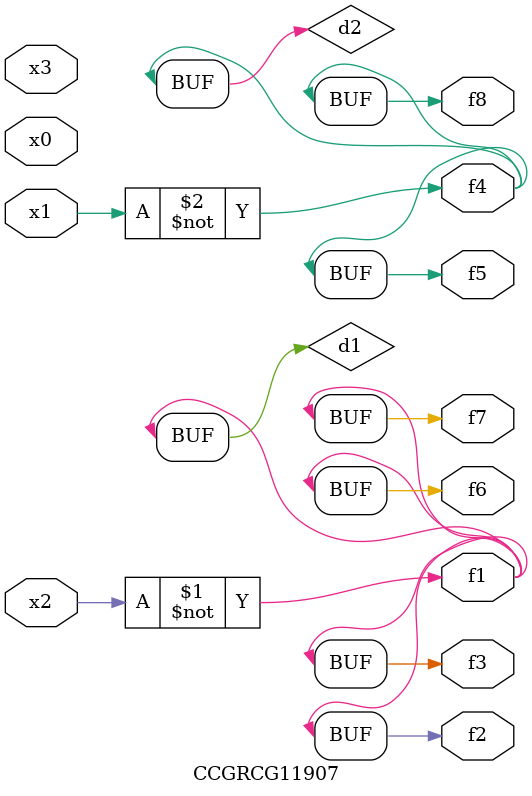
<source format=v>
module CCGRCG11907(
	input x0, x1, x2, x3,
	output f1, f2, f3, f4, f5, f6, f7, f8
);

	wire d1, d2;

	xnor (d1, x2);
	not (d2, x1);
	assign f1 = d1;
	assign f2 = d1;
	assign f3 = d1;
	assign f4 = d2;
	assign f5 = d2;
	assign f6 = d1;
	assign f7 = d1;
	assign f8 = d2;
endmodule

</source>
